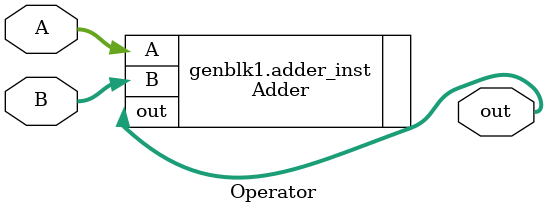
<source format=v>
module Operator #(parameter N = 8,parameter TYPE = 0)(
    input [N-1:0] A,
    input [N-1:0] B,
    output  [2*N-1:0] out
);

generate
    case (TYPE)
        0: begin
          Adder #(.N(N)) adder_inst (
              .A(A),
              .B(B),
              .out(out)
          );
        end
        1: begin
          Multiplier #(.N(N)) multiplier_inst (
              .A(A),
              .B(B),
              .out(out)
          );
        end
        default: begin
        Adder #(.N(N)) adder_inst (
              .A(A),
              .B(B),
              .out(out)
          );
        end
    endcase
endgenerate

endmodule
</source>
